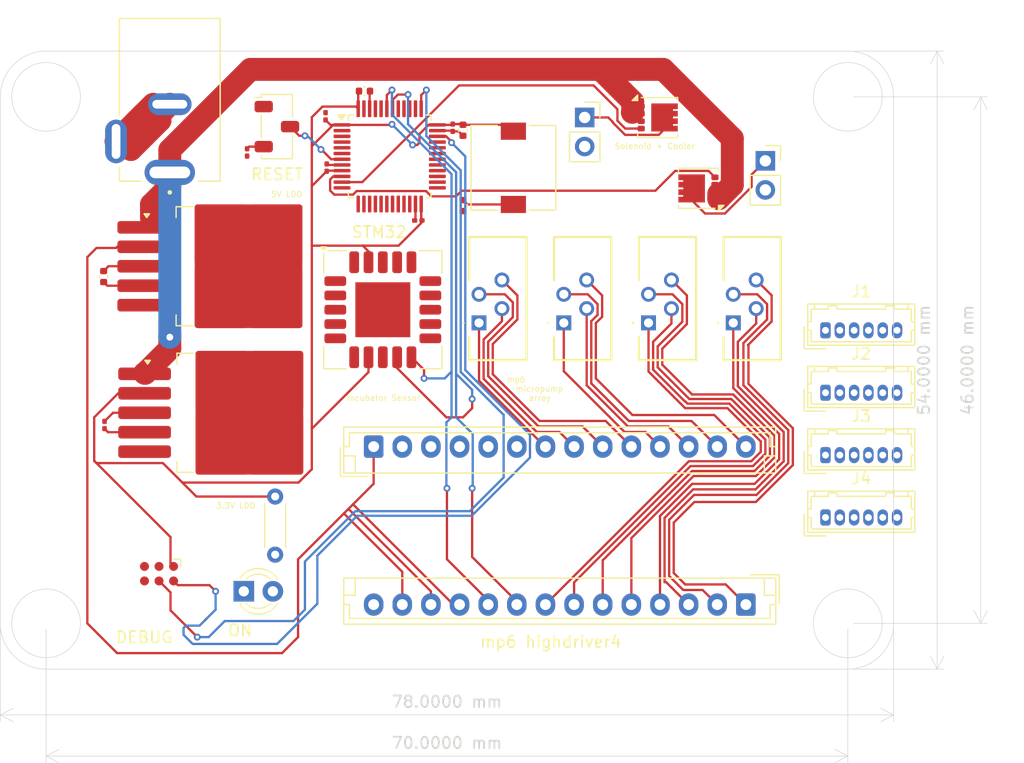
<source format=kicad_pcb>
(kicad_pcb (version 20240108) (generator "pcbnew") (generator_version "8.0")
  (layers (0 "F.Cu" signal) (31 "B.Cu" signal) (34 "B.Paste" user) (35 "F.Paste" user) (36 "B.SilkS" user "B.Silkscreen") (37 "F.SilkS" user "F.Silkscreen") (38 "B.Mask" user) (39 "F.Mask" user) (44 "Edge.Cuts" user))
  (net 0 "")
  (net 1 "GND")
  (net 2 "Net-(U4-FB)")
  (net 3 "Net-(SW2-A)")
  (net 4 "Net-(U1-FB)")
  (net 5 "+3.3V")
  (net 6 "Net-(C25-Pad1)")
  (net 7 "Net-(D2-A)")
  (net 8 "Net-(J11-Pin_5)")
  (net 9 "Net-(J11-Pin_6)")
  (net 10 "Net-(J11-Pin_8)")
  (net 11 "Net-(J11-Pin_7)")
  (net 12 "Net-(J11-Pin_1)")
  (net 13 "Net-(J11-Pin_4)")
  (net 14 "Net-(J11-Pin_2)")
  (net 15 "Net-(J11-Pin_3)")
  (net 16 "/I2C_SDA")
  (net 17 "+5V")
  (net 18 "Net-(J12-Pin_9)")
  (net 19 "Net-(J12-Pin_13)")
  (net 20 "Net-(J12-Pin_12)")
  (net 21 "Net-(J12-Pin_8)")
  (net 24 "Net-(J12-Pin_7)")
  (net 26 "Net-(J12-Pin_14)")
  (net 27 "Net-(J12-Pin_11)")
  (net 28 "Net-(J12-Pin_10)")
  (net 30 "/SWDIO")
  (net 32 "/SWCLK")
  (net 34 "Net-(J16-Pin_1)")
  (net 35 "+12V")
  (net 36 "Net-(Q1-D)")
  (net 37 "/PELT_OUT")
  (net 38 "/SOLEN_OUT")
  (net 39 "/NRST")
  (net 40 "/I2C_SCK")
  (net 43 "/IRQn3")
  (net 58 "/IRQn4")
  (net 74 "/IRQn1")
  (net 76 "/IRQn2")
  (footprint "Connector:Tag-Connect_TC2030-IDC-FP_2x03_P1.27mm_Vertical" (layer "F.Cu") (at 87.26 90.81 180)
    (property "Reference" "J15" (hide yes))
    (property "Value" "Conn_ARM_SWD_TagConnect_TC2030")
  )
  (footprint "Sensor:Sensirion_SCD4x-1EP_10.1x10.1mm_P1.25mm_EP4.8x4.8mm" (layer "F.Cu") (at 106.8 67.75)
    (property "Reference" "U5" (hide yes))
    (property "Value" "SCD40-D-R2")
  )
  (footprint "Connector_PinSocket_2.54mm:PinSocket_1x02_P2.54mm_Vertical" (layer "F.Cu") (at 140.2 54.74)
    (property "Reference" "J16" (hide yes))
    (property "Value" "Conn_01x02_Socket")
  )
  (footprint "Capacitor_SMD:C_0402_1005Metric" (layer "F.Cu") (at 82.425 64.85 -90)
    (property "Reference" "C11" (hide yes))
    (property "Value" "1uF")
  )
  (footprint "Capacitor_SMD:C_0201_0603Metric" (layer "F.Cu") (at 94.95 54.005 90)
    (property "Reference" "C14" (hide yes))
    (property "Value" "100nF")
  )
  (footprint "Connector_JST:JST_EH_B14B-EH-A_1x14_P2.50mm_Vertical" (layer "F.Cu") (at 138.5 93.51 180)
    (property "Reference" "J11" (hide yes))
    (property "Value" "Conn_01x14_Pin")
  )
  (footprint "Package_SON:VSON-8_3.3x3.3mm_P0.65mm_NexFET" (layer "F.Cu") (at 134.36 57.15 180)
    (property "Reference" "Q2" (hide yes))
    (property "Value" "CSD16327Q3")
  )
  (footprint "Capacitor_SMD:C_0201_0603Metric" (layer "F.Cu") (at 109.9 59.95 180)
    (property "Reference" "C21" (hide yes))
    (property "Value" "100nF")
  )
  (footprint "barrel_jack_EJ508A:MPD_EJ508A" (layer "F.Cu") (at 88.2 53.045 180)
    (property "Reference" "J18" (hide yes))
    (property "Value" "EJ508A")
  )
  (footprint "Package_QFP:LQFP-48_7x7mm_P0.5mm" (layer "F.Cu") (at 107.4 54.35)
    (property "Reference" "U6" (hide yes))
    (property "Value" "STM32F410C8Tx")
  )
  (footprint "Connector_PinSocket_2.54mm:PinSocket_1x02_P2.54mm_Vertical" (layer "F.Cu") (at 124.425 50.95)
    (property "Reference" "PE1" (hide yes))
    (property "Value" "PeltierElement")
  )
  (footprint "Capacitor_SMD:C_0402_1005Metric" (layer "F.Cu") (at 113.8 58.65 -90)
    (property "Reference" "C25" (hide yes))
    (property "Value" "1uF")
  )
  (footprint "microfluidics:39532045" (layer "F.Cu") (at 137.4 68.9 90)
    (property "Reference" "J10" (hide yes))
    (property "Value" "39-53-2045" (hide yes))
  )
  (footprint "Capacitor_SMD:C_0201_0603Metric" (layer "F.Cu") (at 101.8 50.85 90)
    (property "Reference" "C22" (hide yes))
    (property "Value" "100nF")
  )
  (footprint "Connector_Hirose:Hirose_DF13-06P-1.25DSA_1x06_P1.25mm_Vertical" (layer "F.Cu") (at 145.45 69.55)
    (property "Reference" "J1")
    (property "Value" "Conn_01x06_Pin")
  )
  (footprint "microfluidics:39532045" (layer "F.Cu") (at 130 68.9 90)
    (property "Reference" "J8" (hide yes))
    (property "Value" "39-53-2045" (hide yes))
  )
  (footprint "Capacitor_SMD:C_0201_0603Metric" (layer "F.Cu") (at 101.9 55.33 90)
    (property "Reference" "C18" (hide yes))
    (property "Value" "100nF")
  )
  (footprint "Connector_JST:JST_EH_B14B-EH-A_1x14_P2.50mm_Vertical" (layer "F.Cu") (at 106 79.71)
    (property "Reference" "J12" (hide yes))
    (property "Value" "Conn_01x14_Pin")
  )
  (footprint "microfluidics:39532045" (layer "F.Cu") (at 122.6 68.9 90)
    (property "Reference" "J14" (hide yes))
    (property "Value" "39-53-2045" (hide yes))
  )
  (footprint "Package_SON:VSON-8_3.3x3.3mm_P0.65mm_NexFET" (layer "F.Cu") (at 130.8 50.95)
    (property "Reference" "Q1" (hide yes))
    (property "Value" "CSD16327Q3")
  )
  (footprint "LED_THT:LED_D3.0mm" (layer "F.Cu") (at 94.66 92.35)
    (property "Reference" "D2" (hide yes))
    (property "Value" "LED")
  )
  (footprint "Capacitor_SMD:C_0402_1005Metric" (layer "F.Cu") (at 113.8 52.07 -90)
    (property "Reference" "C24" (hide yes))
    (property "Value" "1uF")
  )
  (footprint "Connector_Hirose:Hirose_DF13-06P-1.25DSA_1x06_P1.25mm_Vertical" (layer "F.Cu") (at 145.45 75)
    (property "Reference" "J2")
    (property "Value" "Conn_01x06_Pin")
  )
  (footprint "Capacitor_SMD:C_0402_1005Metric" (layer "F.Cu") (at 105.2 48.65)
    (property "Reference" "C16" (hide yes))
    (property "Value" "1uF")
  )
  (footprint "Resistor_THT:R_Axial_DIN0204_L3.6mm_D1.6mm_P5.08mm_Horizontal" (layer "F.Cu") (at 97.4 84.07 -90)
    (property "Reference" "R2" (hide yes))
    (property "Value" "220R")
  )
  (footprint "Package_TO_SOT_SMD:TO-263-5_TabPin3" (layer "F.Cu") (at 93.575 63.95)
    (property "Reference" "U4" (hide yes))
    (property "Value" "LM2576HVS-5")
  )
  (footprint "Capacitor_SMD:C_0201_0603Metric" (layer "F.Cu") (at 112.9 51.85 -90)
    (property "Reference" "C23" (hide yes))
    (property "Value" "100nF")
  )
  (footprint "Connector_Hirose:Hirose_DF13-06P-1.25DSA_1x06_P1.25mm_Vertical" (layer "F.Cu") (at 145.45 85.9)
    (property "Reference" "J4")
    (property "Value" "Conn_01x06_Pin")
  )
  (footprint "microfluidics:39532045" (layer "F.Cu") (at 115.2 68.9 90)
    (property "Reference" "J13" (hide yes))
    (property "Value" "39-53-2045" (hide yes))
  )
  (footprint "Inductor_SMD:L_7.3x7.3_H4.5" (layer "F.Cu") (at 118.2 55.35 90)
    (property "Reference" "FB2" (hide yes))
    (property "Value" "120R")
  )
  (footprint "Button_Switch_SMD:Nidec_Copal_CAS-120A" (layer "F.Cu") (at 97.55 51.75)
    (property "Reference" "SW2" (hide yes))
    (property "Value" "SW_Nidec_CAS-120A1")
  )
  (footprint "Capacitor_SMD:C_0201_0603Metric" (layer "F.Cu") (at 82.5 77.82 -90)
    (property "Reference" "C15" (hide yes))
    (property "Value" "100nF")
  )
  (footprint "Connector_Hirose:Hirose_DF13-06P-1.25DSA_1x06_P1.25mm_Vertical" (layer "F.Cu") (at 145.45 80.45)
    (property "Reference" "J3")
    (property "Value" "Conn_01x06_Pin")
  )
  (footprint "Package_TO_SOT_SMD:TO-263-5_TabPin3" (layer "F.Cu") (at 93.65 76.75)
    (property "Reference" "U1" (hide yes))
    (property "Value" "LM2576HVS-3.3")
  )
  (gr_line (start 77.4 45.15) (end 147.4 45.15) (stroke (width 0.05)) (layer "Edge.Cuts"))
  (gr_circle (center 147.4 95.15) (end 150.4 95.15) (stroke (width 0.05)) (fill none) (layer "Edge.Cuts"))
  (gr_line (start 73.4 49.15) (end 73.4 95.15) (stroke (width 0.05)) (layer "Edge.Cuts"))
  (gr_line (start 77.4 99.15) (end 147.4 99.15) (stroke (width 0.05)) (layer "Edge.Cuts"))
  (gr_arc (start 73.4 49.15) (mid 74.571573 46.321573) (end 77.4 45.15) (stroke (width 0.05)) (layer "Edge.Cuts"))
  (gr_circle (center 147.4 49.15) (end 150.4 49.15) (stroke (width 0.05)) (fill none) (layer "Edge.Cuts"))
  (gr_circle (center 77.4 95.15) (end 80.4 95.15) (stroke (width 0.05)) (fill none) (layer "Edge.Cuts"))
  (gr_arc (start 77.4 99.15) (mid 74.571573 97.978427) (end 73.4 95.15) (stroke (width 0.05)) (layer "Edge.Cuts"))
  (gr_arc (start 151.4 95.15) (mid 150.228427 97.978427) (end 147.4 99.15) (stroke (width 0.05)) (layer "Edge.Cuts"))
  (gr_circle (center 77.4 49.15) (end 80.4 49.15) (stroke (width 0.05)) (fill none) (layer "Edge.Cuts"))
  (gr_line (start 151.4 49.15) (end 151.4 95.15) (stroke (width 0.05)) (layer "Edge.Cuts"))
  (gr_arc (start 147.4 45.15) (mid 150.228427 46.321573) (end 151.4 49.15) (stroke (width 0.05)) (layer "Edge.Cuts"))
  (gr_text "ON" (at 93.2 96.35 0) (layer "F.SilkS") (effects (font (size 1 1)) (justify left bottom)))
  (gr_text "RESET" (at 95.2 56.5 0) (layer "F.SilkS") (effects (font (size 1 1)) (justify left bottom)))
  (gr_text "Incubator Sensor" (at 103.6 75.75 0) (layer "F.SilkS") (effects (font (size 0.5 0.5) (thickness 0.075)) (justify left bottom)))
  (gr_text "mp6 highdriver4" (at 115.2 97.35 0) (layer "F.SilkS") (effects (font (size 1 1)) (justify left bottom)))
  (gr_text "STM32" (at 104 61.55 0) (layer "F.SilkS") (effects (font (size 1 1)) (justify left bottom)))
  (gr_text "5V LDO" (at 97 57.95 0) (layer "F.SilkS") (effects (font (size 0.5 0.5) (thickness 0.075)) (justify left bottom)))
  (gr_text "Solenoid + Cooler" (at 127 53.75 0) (layer "F.SilkS") (effects (font (size 0.5 0.5) (thickness 0.075)) (justify left bottom)))
  (gr_text "DEBUG" (at 83.4 96.95 0) (layer "F.SilkS") (effects (font (size 1 1)) (justify left bottom)))
  (gr_text "3.3V LDO" (at 92.2 85.15 0) (layer "F.SilkS") (effects (font (size 0.5 0.5) (thickness 0.075)) (justify left bottom)))
  (gr_text "mp6 \n  micropump \n     array" (at 117.6 75.75 0) (layer "F.SilkS") (effects (font (size 0.5 0.5) (thickness 0.075)) (justify left bottom)))
  (dimension (type aligned) (layer "Edge.Cuts") (pts (xy 147.4 99.15) (xy 147.4 45.15)) (height 7.8) (gr_text "54.0000 mm" (at 154.05 72.15 90) (layer "Edge.Cuts") (effects (font (size 1 1) (thickness 0.15)))) (format (prefix "") (suffix "") (units 3) (units_format 1) (precision 4)) (style (thickness 0.05) (arrow_length 1.27) (text_position_mode 0) (extension_height 0.58642) (extension_offset 0.5) keep_text_aligned))
  (dimension (type aligned) (layer "Edge.Cuts") (pts (xy 147.4 49.15) (xy 147.4 95.15)) (height -11.6) (gr_text "46.0000 mm" (at 157.85 72.15 90) (layer "Edge.Cuts") (effects (font (size 1 1) (thickness 0.15)))) (format (prefix "") (suffix "") (units 3) (units_format 1) (precision 4)) (style (thickness 0.05) (arrow_length 1.27) (text_position_mode 0) (extension_height 0.58642) (extension_offset 0.5) keep_text_aligned))
  (dimension (type aligned) (layer "Edge.Cuts") (pts (xy 147.4 95.15) (xy 77.4 95.15)) (height -11.6) (gr_text "70.0000 mm" (at 112.4 105.6 0) (layer "Edge.Cuts") (effects (font (size 1 1) (thickness 0.15)))) (format (prefix "") (suffix "") (units 3) (units_format 1) (precision 4)) (style (thickness 0.05) (arrow_length 1.27) (text_position_mode 0) (extension_height 0.58642) (extension_offset 0.5) keep_text_aligned))
  (dimension (type aligned) (layer "Edge.Cuts") (pts (xy 151.4 95.15) (xy 73.4 95.15)) (height -8) (gr_text "78.0000 mm" (at 112.4 102 0) (layer "Edge.Cuts") (effects (font (size 1 1) (thickness 0.15)))) (format (prefix "") (suffix "") (units 3) (units_format 1) (precision 4)) (style (thickness 0.05) (arrow_length 1.27) (text_position_mode 0) (extension_height 0.58642) (extension_offset 0.5) keep_text_aligned))
  (segment (start 82.845 63.95) (end 82.425 64.37) (width 0.2) (layer "F.Cu") (net 1))
  (segment (start 113.42 52.17) (end 113.8 52.55) (width 0.2) (layer "F.Cu") (net 1))
  (segment (start 86.76 49.795) (end 85.2025 51.3525) (width 2) (layer "F.Cu") (net 1))
  (segment (start 84.8 53.75) (end 84.095 53.045) (width 2) (layer "F.Cu") (net 1))
  (segment (start 85.9025 50.6525) (end 87.3425 50.6525) (width 2) (layer "F.Cu") (net 1))
  (segment (start 109.65 58.5125) (end 109.65 59.88) (width 0.2) (layer "F.Cu") (net 1))
  (segment (start 87.3425 50.6525) (end 88.2 49.795) (width 2) (layer "F.Cu") (net 1))
  (segment (start 87.3425 51.2075) (end 84.8 53.75) (width 2) (layer "F.Cu") (net 1))
  (segment (start 105.65 50.1875) (end 105.65 48.68) (width 0.2) (layer "F.Cu") (net 1))
  (segment (start 85.925 63.95) (end 82.845 63.95) (width 0.2) (layer "F.Cu") (net 1))
  (segment (start 83.25 76.75) (end 82.5 77.5) (width 0.2) (layer "F.Cu") (net 1))
  (segment (start 112.83 52.1) (end 112.9 52.17) (width 0.2) (layer "F.Cu") (net 1))
  (segment (start 86 76.75) (end 83.25 76.75) (width 0.2) (layer "F.Cu") (net 1))
  (segment (start 85.2025 51.3525) (end 85.9025 50.6525) (width 2) (layer "F.Cu") (net 1))
  (segment (start 105.65 48.68) (end 105.68 48.65) (width 0.2) (layer "F.Cu") (net 1))
  (segment (start 101.99 55.1) (end 101.9 55.01) (width 0.2) (layer "F.Cu") (net 1))
  (segment (start 103.2375 55.1) (end 101.99 55.1) (width 0.2) (layer "F.Cu") (net 1))
  (segment (start 109.65 59.88) (end 109.58 59.95) (width 0.2) (layer "F.Cu") (net 1))
  (segment (start 87.3425 50.6525) (end 87.3425 51.2075) (width 2) (layer "F.Cu") (net 1))
  (segment (start 111.5625 52.1) (end 112.83 52.1) (width 0.2) (layer "F.Cu") (net 1))
  (segment (start 88.2 49.795) (end 86.76 49.795) (width 0.2) (layer "F.Cu") (net 1))
  (segment (start 83.51 53.045) (end 85.2025 51.3525) (width 2) (layer "F.Cu") (net 1))
  (segment (start 84.095 53.045) (end 83.51 53.045) (width 2) (layer "F.Cu") (net 1))
  (segment (start 112.9 52.17) (end 113.42 52.17) (width 0.2) (layer "F.Cu") (net 1))
  (segment (start 82.745 65.65) (end 82.425 65.33) (width 0.2) (layer "F.Cu") (net 2))
  (segment (start 85.925 65.65) (end 82.745 65.65) (width 0.2) (layer "F.Cu") (net 2))
  (segment (start 95.135 53.5) (end 94.95 53.685) (width 0.2) (layer "F.Cu") (net 3))
  (segment (start 96.4 53.5) (end 95.135 53.5) (width 0.2) (layer "F.Cu") (net 3))
  (segment (start 86 78.45) (end 82.81 78.45) (width 0.2) (layer "F.Cu") (net 4))
  (segment (start 82.81 78.45) (end 82.5 78.14) (width 0.2) (layer "F.Cu") (net 4))
  (segment (start 104.4625 50) (end 104.65 50.1875) (width 0.2) (layer "F.Cu") (net 5))
  (segment (start 81.6 77.15) (end 81.6 80.55) (width 0.2) (layer "F.Cu") (net 5))
  (segment (start 90.52 84.07) (end 97.4 84.07) (width 0.2) (layer "F.Cu") (net 5))
  (segment (start 101.531544 50) (end 104.4625 50) (width 0.2) (layer "F.Cu") (net 5))
  (segment (start 112.9 51.53) (end 113.74 51.53) (width 0.2) (layer "F.Cu") (net 5))
  (segment (start 107.55 51.6) (end 107.6 51.55) (width 0.2) (layer "F.Cu") (net 5))
  (segment (start 88.26255 89.90755) (end 88.53 90.175) (width 0.2) (layer "F.Cu") (net 5))
  (segment (start 83.7 75.05) (end 81.6 77.15) (width 0.2) (layer "F.Cu") (net 5))
  (segment (start 110 53.15) (end 110 52.39259) (width 0.2) (layer "F.Cu") (net 5))
  (segment (start 100.6 50.931544) (end 101.531544 50) (width 0.2) (layer "F.Cu") (net 5))
  (segment (start 110.15 60.178456) (end 110.15 58.5125) (width 0.2) (layer "F.Cu") (net 5))
  (segment (start 100.6 78.15) (end 100.6 62.15) (width 0.2) (layer "F.Cu") (net 5))
  (segment (start 104.65 50.1875) (end 104.65 48.72) (width 0.2) (layer "F.Cu") (net 5))
  (segment (start 89.3 82.85) (end 99.434744 82.85) (width 0.2) (layer "F.Cu") (net 5))
  (segment (start 99.434744 82.85) (end 100.6 81.684744) (width 0.2) (layer "F.Cu") (net 5))
  (segment (start 105.55 73.2) (end 105.55 71.9) (width 0.2) (layer "F.Cu") (net 5))
  (segment (start 100.6 62.15) (end 105.049999 62.15) (width 0.2) (layer "F.Cu") (net 5))
  (segment (start 100.6 56.95) (end 101.9 55.65) (width 0.2) (layer "F.Cu") (net 5))
  (segment (start 110 52.39259) (end 110.79259 51.6) (width 0.2) (layer "F.Cu") (net 5))
  (segment (start 81.6 80.95) (end 81.8 81.15) (width 0.2) (layer "F.Cu") (net 5))
  (segment (start 111.5625 51.6) (end 112.83 51.6) (width 0.2) (layer "F.Cu") (net 5))
  (segment (start 113.8 51.59) (end 117.64 51.59) (width 0.2) (layer "F.Cu") (net 5))
  (segment (start 81.6 80.95) (end 88.26255 87.61255) (width 0.2) (layer "F.Cu") (net 5))
  (segment (start 87.6 81.15) (end 89.3 82.85) (width 0.2) (layer "F.Cu") (net 5))
  (segment (start 81.6 80.55) (end 81.6 80.95) (width 0.2) (layer "F.Cu") (net 5))
  (segment (start 102.46759 51.6) (end 103.2375 51.6) (width 0.2) (layer "F.Cu") (net 5))
  (segment (start 110.15 59.88) (end 110.22 59.95) (width 0.2) (layer "F.Cu") (net 5))
  (segment (start 100.6 81.684744) (end 100.6 78.15) (width 0.2) (layer "F.Cu") (net 5))
  (segment (start 111.6125 51.55) (end 111.5625 51.6) (width 0.2) (layer "F.Cu") (net 5))
  (segment (start 103.2375 51.6) (end 102.23 51.6) (width 0.2) (layer "F.Cu") (net 5))
  (segment (start 108.178456 62.15) (end 110.15 60.178456) (width 0.2) (layer "F.Cu") (net 5))
  (segment (start 103.2375 55.6) (end 101.95 55.6) (width 0.2) (layer "F.Cu") (net 5))
  (segment (start 104.65 48.72) (end 104.72 48.65) (width 0.2) (layer "F.Cu") (net 5))
  (segment (start 113.74 51.53) (end 113.8 51.59) (width 0.2) (layer "F.Cu") (net 5))
  (segment (start 109.4 53.35) (end 109.8 53.35) (width 0.2) (layer "F.Cu") (net 5))
  (segment (start 102.23 51.6) (end 101.8 51.17) (width 0.2) (layer "F.Cu") (net 5))
  (segment (start 100.6 53.46759) (end 100.6 50.931544) (width 0.2) (layer "F.Cu") (net 5))
  (segment (start 89.3 82.85) (end 90.52 84.07) (width 0.2) (layer "F.Cu") (net 5))
  (segment (start 112.83 51.6) (end 112.9 51.53) (width 0.2) (layer "F.Cu") (net 5))
  (segment (start 86 75.05) (end 83.7 75.05) (width 0.2) (layer "F.Cu") (net 5))
  (segment (start 100.6 78.15) (end 105.55 73.2) (width 0.2) (layer "F.Cu") (net 5))
  (segment (start 100.6 56.95) (end 100.6 53.46759) (width 0.2) (layer "F.Cu") (net 5))
  (segment (start 110.15 58.5125) (end 110.15 59.88) (width 0.2) (layer "F.Cu") (net 5))
  (segment (start 105.049999 62.15) (end 108.178456 62.15) (width 0.2) (layer "F.Cu") (net 5))
  (segment (start 100.6 62.15) (end 100.6 56.95) (width 0.2) (layer "F.Cu") (net 5))
  (segment (start 105.55 62.650001) (end 105.55 63.6) (width 0.2) (layer "F.Cu") (net 5))
  (segment (start 81.8 81.15) (end 87.6 81.15) (width 0.2) (layer "F.Cu") (net 5))
  (segment (start 110.79259 51.6) (end 111.5625 51.6) (width 0.2) (layer "F.Cu") (net 5))
  (segment (start 117.64 51.59) (end 118.2 52.15) (width 0.2) (layer "F.Cu") (net 5))
  (segment (start 109.8 53.35) (end 110 53.15) (width 0.2) (layer "F.Cu") (net 5))
  (segment (start 88.26255 87.61255) (end 88.26255 89.90755) (width 0.2) (layer "F.Cu") (net 5))
  (segment (start 103.2375 51.6) (end 107.55 51.6) (width 0.2) (layer "F.Cu") (net 5))
  (segment (start 101.95 55.6) (end 101.9 55.65) (width 0.2) (layer "F.Cu") (net 5))
  (segment (start 105.049999 62.15) (end 105.55 62.650001) (width 0.2) (layer "F.Cu") (net 5))
  (segment (start 100.6 53.46759) (end 102.46759 51.6) (width 0.2) (layer "F.Cu") (net 5))
  (via (at 107.6 51.55) (size 0.6) (drill 0.3) (layers "F.Cu" "B.Cu") (net 5))
  (via (at 109.4 53.35) (size 0.6) (drill 0.3) (layers "F.Cu" "B.Cu") (net 5))
  (segment (start 109.2 53.15) (end 109.4 53.35) (width 0.2) (layer "B.Cu") (net 5))
  (segment (start 107.6 51.55) (end 109.2 53.15) (width 0.2) (layer "B.Cu") (net 5))
  (segment (start 114.18 58.55) (end 113.8 58.17) (width 0.2) (layer "F.Cu") (net 6))
  (segment (start 118.2 58.55) (end 114.18 58.55) (width 0.2) (layer "F.Cu") (net 6))
  (segment (start 133.35 69) (end 133.35 66.5) (width 0.2) (layer "F.Cu") (net 8))
  (segment (start 137.388404 75.15) (end 133.8 75.15) (width 0.2) (layer "F.Cu") (net 8))
  (segment (start 139.379875 82.278529) (end 141 80.658404) (width 0.2) (layer "F.Cu") (net 8))
  (segment (start 128.5 87.707058) (end 133.928529 82.278529) (width 0.2) (layer "F.Cu") (net 8))
  (segment (start 131.2 71.15) (end 133.35 69) (width 0.2) (layer "F.Cu") (net 8))
  (segment (start 133.8 75.15) (end 131.2 72.55) (width 0.2) (layer "F.Cu") (net 8))
  (segment (start 133.928529 82.278529) (end 139.379875 82.278529) (width 0.2) (layer "F.Cu") (net 8))
  (segment (start 131.2 72.55) (end 131.2 71.15) (width 0.2) (layer "F.Cu") (net 8))
  (segment (start 141 80.658404) (end 141 78.761596) (width 0.2) (layer "F.Cu") (net 8))
  (segment (start 141 78.761596) (end 137.388404 75.15) (width 0.2) (layer "F.Cu") (net 8))
  (segment (start 133.35 66.5) (end 132 65.15) (width 0.2) (layer "F.Cu") (net 8))
  (segment (start 128.5 93.51) (end 128.5 87.707058) (width 0.2) (layer "F.Cu") (net 8))
  (segment (start 132.093503 66.4) (end 130 66.4) (width 0.2) (layer "F.Cu") (net 9))
  (segment (start 140.6 78.927282) (end 137.222718 75.55) (width 0.2) (layer "F.Cu") (net 9))
  (segment (start 130.8 72.784314) (end 130.8 70.95) (width 0.2) (layer "F.Cu") (net 9))
  (segment (start 133.565686 75.55) (end 130.8 72.784314) (width 0.2) (layer "F.Cu") (net 9))
  (segment (start 132.95 68.8) (end 132.95 67.256497) (width 0.2) (layer "F.Cu") (net 9))
  (segment (start 139.251346 81.841372) (end 140.6 80.492718) (width 0.2) (layer "F.Cu") (net 9))
  (segment (start 126 93.51) (end 126 89.641372) (width 0.2) (layer "F.Cu") (net 9))
  (segment (start 140.6 80.492718) (end 140.6 78.927282) (width 0.2) (layer "F.Cu") (net 9))
  (segment (start 132.95 67.256497) (end 132.093503 66.4) (width 0.2) (layer "F.Cu") (net 9))
  (segment (start 130.8 70.95) (end 132.95 68.8) (width 0.2) (layer "F.Cu") (net 9))
  (segment (start 133.8 81.841372) (end 139.251346 81.841372) (width 0.2) (layer "F.Cu") (net 9))
  (segment (start 126 89.641372) (end 133.8 81.841372) (width 0.2) (layer "F.Cu") (net 9))
  (segment (start 137.222718 75.55) (end 133.565686 75.55) (width 0.2) (layer "F.Cu") (net 9))
  (segment (start 139.8 80.161346) (end 139.8 79.258654) (width 0.2) (layer "F.Cu") (net 10))
  (segment (start 133.2 76.35) (end 130 73.15) (width 0.2) (layer "F.Cu") (net 10))
  (segment (start 130 73.15) (end 130 68.9) (width 0.2) (layer "F.Cu") (net 10))
  (segment (start 136.891346 76.35) (end 133.2 76.35) (width 0.2) (layer "F.Cu") (net 10))
  (segment (start 139.8 79.258654) (end 136.891346 76.35) (width 0.2) (layer "F.Cu") (net 10))
  (segment (start 121 93.51) (end 133.525 80.985) (width 0.2) (layer "F.Cu") (net 10))
  (segment (start 133.525 80.985) (end 138.976346 80.985) (width 0.2) (layer "F.Cu") (net 10))
  (segment (start 138.976346 80.985) (end 139.8 80.161346) (width 0.2) (layer "F.Cu") (net 10))
  (segment (start 132 68.95) (end 132 67.65) (width 0.2) (layer "F.Cu") (net 11))
  (segment (start 133.2 75.75) (end 133.165686 75.75) (width 0.2) (layer "F.Cu") (net 11))
  (segment (start 137.057032 75.95) (end 133.4 75.95) (width 0.2) (layer "F.Cu") (net 11))
  (segment (start 133.662843 81.412843) (end 139.114189 81.412843) (width 0.2) (layer "F.Cu") (net 11))
  (segment (start 133.4 75.95) (end 133.2 75.75) (width 0.2) (layer "F.Cu") (net 11))
  (segment (start 130.4 72.984314) (end 130.4 70.55) (width 0.2) (layer "F.Cu") (net 11))
  (segment (start 140.2 80.327032) (end 140.2 79.092968) (width 0.2) (layer "F.Cu") (net 11))
  (segment (start 140.2 79.092968) (end 137.057032 75.95) (width 0.2) (layer "F.Cu") (net 11))
  (segment (start 139.114189 81.412843) (end 140.2 80.327032) (width 0.2) (layer "F.Cu") (net 11))
  (segment (start 123.5 93.51) (end 123.5 91.575686) (width 0.2) (layer "F.Cu") (net 11))
  (segment (start 123.5 91.575686) (end 133.662843 81.412843) (width 0.2) (layer "F.Cu") (net 11))
  (segment (start 130.4 70.55) (end 132 68.95) (width 0.2) (layer "F.Cu") (net 11))
  (segment (start 133.165686 75.75) (end 130.4 72.984314) (width 0.2) (layer "F.Cu") (net 11))
  (segment (start 138.685462 70.835462) (end 140.75 68.770924) (width 0.2) (layer "F.Cu") (net 12))
  (segment (start 132.2 90.75) (end 132.2 86.35) (width 0.2) (layer "F.Cu") (net 12))
  (segment (start 140.75 66.5) (end 139.4 65.15) (width 0.2) (layer "F.Cu") (net 12))
  (segment (start 134 84.55) (end 139.371147 84.55) (width 0.2) (layer "F.Cu") (net 12))
  (segment (start 138.725574 70.875574) (end 138.685462 70.835462) (width 0.2) (layer "F.Cu") (net 12))
  (segment (start 138.5 93.51) (end 136.74 91.75) (width 0.2) (layer "F.Cu") (net 12))
  (segment (start 140.75 68.770924) (end 140.75 66.5) (width 0.2) (layer "F.Cu") (net 12))
  (segment (start 139.371147 84.55) (end 142.6 81.321147) (width 0.2) (layer "F.Cu") (net 12))
  (segment (start 136.74 91.75) (end 133.2 91.75) (width 0.2) (layer "F.Cu") (net 12))
  (segment (start 133.2 91.75) (end 132.2 90.75) (width 0.2) (layer "F.Cu") (net 12))
  (segment (start 142.6 81.321147) (end 142.6 78.098852) (width 0.2) (layer "F.Cu") (net 12))
  (segment (start 142.6 78.098852) (end 138.725574 74.224426) (width 0.2) (layer "F.Cu") (net 12))
  (segment (start 132.2 86.35) (end 134 84.55) (width 0.2) (layer "F.Cu") (net 12))
  (segment (start 138.725574 74.224426) (end 138.725574 70.875574) (width 0.2) (layer "F.Cu") (net 12))
  (segment (start 137.4 74.59591) (end 137.4 68.9) (width 0.2) (layer "F.Cu") (net 13))
  (segment (start 141.4 78.59591) (end 137.4 74.59591) (width 0.2) (layer "F.Cu") (net 13))
  (segment (start 141.4 80.82409) (end 141.4 78.59591) (width 0.2) (layer "F.Cu") (net 13))
  (segment (start 139.262718 82.961372) (end 141.4 80.82409) (width 0.2) (layer "F.Cu") (net 13))
  (segment (start 133.811372 82.961372) (end 139.262718 82.961372) (width 0.2) (layer "F.Cu") (net 13))
  (segment (start 131 93.51) (end 131 85.772744) (width 0.2) (layer "F.Cu") (net 13))
  (segment (start 131 85.772744) (end 133.811372 82.961372) (width 0.2) (layer "F.Cu") (net 13))
  (segment (start 131.8 86.104116) (end 133.977058 83.927058) (width 0.2) (layer "F.Cu") (net 14))
  (segment (start 136 93.51) (end 134.725 92.235) (width 0.2) (layer "F.Cu") (net 14))
  (segment (start 138.285462 74.35) (end 138.285462 70.664538) (width 0.2) (layer "F.Cu") (net 14))
  (segment (start 131.8 91.011346) (end 131.8 86.104116) (width 0.2) (layer "F.Cu") (net 14))
  (segment (start 142.2 78.264538) (end 138.285462 74.35) (width 0.2) (layer "F.Cu") (net 14))
  (segment (start 140.35 68.6) (end 140.35 67.256497) (width 0.2) (layer "F.Cu") (net 14))
  (segment (start 139.428403 83.927058) (end 142.2 81.155461) (width 0.2) (layer "F.Cu") (net 14))
  (segment (start 140.35 67.256497) (end 139.493503 66.4) (width 0.2) (layer "F.Cu") (net 14))
  (segment (start 133.977058 83.927058) (end 139.428403 83.927058) (width 0.2) (layer "F.Cu") (net 14))
  (segment (start 134.725 92.235) (end 133.023654 92.235) (width 0.2) (layer "F.Cu") (net 14))
  (segment (start 133.023654 92.235) (end 131.8 91.011346) (width 0.2) (layer "F.Cu") (net 14))
  (segment (start 142.2 81.155461) (end 142.2 78.264538) (width 0.2) (layer "F.Cu") (net 14))
  (segment (start 139.493503 66.4) (end 137.4 66.4) (width 0.2) (layer "F.Cu") (net 14))
  (segment (start 138.285462 70.664538) (end 140.35 68.6) (width 0.2) (layer "F.Cu") (net 14))
  (segment (start 131.4 91.55) (end 131.4 85.93843) (width 0.2) (layer "F.Cu") (net 15))
  (segment (start 139.345561 83.444215) (end 141.8 80.989776) (width 0.2) (layer "F.Cu") (net 15))
  (segment (start 133.5 93.51) (end 131.54 91.55) (width 0.2) (layer "F.Cu") (net 15))
  (segment (start 131.4 85.93843) (end 133.894215 83.444215) (width 0.2) (layer "F.Cu") (net 15))
  (segment (start 133.894215 83.444215) (end 139.345561 83.444215) (width 0.2) (layer "F.Cu") (net 15))
  (segment (start 131.54 91.55) (end 131.4 91.55) (width 0.2) (layer "F.Cu") (net 15))
  (segment (start 139.4 68.95) (end 139.4 67.65) (width 0.2) (layer "F.Cu") (net 15))
  (segment (start 137.8 70.55) (end 139.4 68.95) (width 0.2) (layer "F.Cu") (net 15))
  (segment (start 137.8 74.430224) (end 137.8 70.55) (width 0.2) (layer "F.Cu") (net 15))
  (segment (start 141.8 80.989776) (end 141.8 78.430224) (width 0.2) (layer "F.Cu") (net 15))
  (segment (start 141.8 78.430224) (end 137.8 74.430224) (width 0.2) (layer "F.Cu") (net 15))
  (segment (start 112.4 89.55) (end 116 93.15) (width 0.2) (layer "F.Cu") (net 16))
  (segment (start 112.4 83.35) (end 112.4 89.55) (width 0.2) (layer "F.Cu") (net 16))
  (segment (start 107.15 49) (end 107.6 48.55) (width 0.2) (layer "F.Cu") (net 16))
  (segment (start 116 93.15) (end 116 93.51) (width 0.2) (layer "F.Cu") (net 16))
  (segment (start 110.4 73.75) (end 110.4 73) (width 0.2) (layer "F.Cu") (net 16))
  (segment (start 110.4 73) (end 109.3 71.9) (width 0.2) (layer "F.Cu") (net 16))
  (segment (start 107.15 50.1875) (end 107.15 49) (width 0.2) (layer "F.Cu") (net 16))
  (via (at 107.6 48.55) (size 0.6) (drill 0.3) (layers "F.Cu" "B.Cu") (net 16))
  (via (at 110.4 73.75) (size 0.6) (drill 0.3) (layers "F.Cu" "B.Cu") (net 16))
  (via (at 112.4 83.35) (size 0.6) (drill 0.3) (layers "F.Cu" "B.Cu") (net 16))
  (segment (start 112.8 73.15) (end 112.8 77.15) (width 0.2) (layer "B.Cu") (net 16))
  (segment (start 112.8 73.15) (end 112.2 73.75) (width 0.2) (layer "B.Cu") (net 16))
  (segment (start 107.648529 50.75) (end 112.8 55.901471) (width 0.2) (layer "B.Cu") (net 16))
  (segment (start 112.35 77.6) (end 112.35 83.3) (width 0.2) (layer "B.Cu") (net 16))
  (segment (start 107.6 50.75) (end 107.648529 50.75) (width 0.2) (layer "B.Cu") (net 16))
  (segment (start 112.2 73.75) (end 110.4 73.75) (width 0.2) (layer "B.Cu") (net 16))
  (segment (start 107.6 48.55) (end 107.6 50.75) (width 0.2) (layer "B.Cu") (net 16))
  (segment (start 112.8 77.15) (end 112.35 77.6) (width 0.2) (layer "B.Cu") (net 16))
  (segment (start 112.35 83.3) (end 112.4 83.35) (width 0.2) (layer "B.Cu") (net 16))
  (segment (start 112.8 55.901471) (end 112.8 73.15) (width 0.2) (layer "B.Cu") (net 16))
  (segment (start 83.608866 62.25) (end 83.508866 62.35) (width 0.2) (layer "F.Cu") (net 17))
  (segment (start 81.8 62.35) (end 81 63.15) (width 0.2) (layer "F.Cu") (net 17))
  (segment (start 83.6 97.75) (end 98 97.75) (width 0.2) (layer "F.Cu") (net 17))
  (segment (start 103.4 85.55) (end 108.5 90.65) (width 0.2) (layer "F.Cu") (net 17))
  (segment (start 108.5 90.65) (end 108.5 93.51) (width 0.2) (layer "F.Cu") (net 17))
  (segment (start 83.508866 62.35) (end 81.8 62.35) (width 0.2) (layer "F.Cu") (net 17))
  (segment (start 111 92.35) (end 111 93.51) (width 0.2) (layer "F.Cu") (net 17))
  (segment (start 106 82.95) (end 106 79.71) (width 0.2) (layer "F.Cu") (net 17))
  (segment (start 81 63.15) (end 81 95.15) (width 0.2) (layer "F.Cu") (net 17))
  (segment (start 113.5 93.51) (end 112.96 93.51) (width 0.2) (layer "F.Cu") (net 17))
  (segment (start 104.2 84.75) (end 106 82.95) (width 0.2) (layer "F.Cu") (net 17))
  (segment (start 103.8 85.15) (end 104.2 84.75) (width 0.2) (layer "F.Cu") (net 17))
  (segment (start 103.4 85.55) (end 103.8 85.15) (width 0.2) (layer "F.Cu") (net 17))
  (segment (start 85.925 62.25) (end 83.608866 62.25) (width 0.2) (layer "F.Cu") (net 17))
  (segment (start 112.96 93.51) (end 104.2 84.75) (width 0.2) (layer "F.Cu") (net 17))
  (segment (start 98 97.75) (end 99.4 96.35) (width 0.2) (layer "F.Cu") (net 17))
  (segment (start 99.4 96.35) (end 99.4 89.55) (width 0.2) (layer "F.Cu") (net 17))
  (segment (start 99.4 89.55) (end 103.4 85.55) (width 0.2) (layer "F.Cu") (net 17))
  (segment (start 103.8 85.15) (end 111 92.35) (width 0.2) (layer "F.Cu") (net 17))
  (segment (start 81 95.15) (end 83.6 97.75) (width 0.2) (layer "F.Cu") (net 17))
  (segment (start 116 73.55) (end 116 70.55) (width 0.2) (layer "F.Cu") (net 18))
  (segment (start 120.4 77.95) (end 116 73.55) (width 0.2) (layer "F.Cu") (net 18))
  (segment (start 126 79.71) (end 124.24 77.95) (width 0.2) (layer "F.Cu") (net 18))
  (segment (start 124.24 77.95) (end 120.4 77.95) (width 0.2) (layer "F.Cu") (net 18))
  (segment (start 118.15 68.4) (end 118.15 67.1) (width 0.2) (layer "F.Cu") (net 18))
  (segment (start 117.45 66.4) (end 115.2 66.4) (width 0.2) (layer "F.Cu") (net 18))
  (segment (start 116 70.55) (end 118.15 68.4) (width 0.2) (layer "F.Cu") (net 18))
  (segment (start 118.15 67.1) (end 117.45 66.4) (width 0.2) (layer "F.Cu") (net 18))
  (segment (start 125 68.75) (end 125.55 68.2) (width 0.2) (layer "F.Cu") (net 19))
  (segment (start 136 79.71) (end 133.757157 77.467157) (width 0.2) (layer "F.Cu") (net 19))
  (segment (start 125 74.184314) (end 125 68.75) (width 0.2) (layer "F.Cu") (net 19))
  (segment (start 133.757157 77.467157) (end 128.282843 77.467157) (width 0.2) (layer "F.Cu") (net 19))
  (segment (start 128.282843 77.467157) (end 125 74.184314) (width 0.2) (layer "F.Cu") (net 19))
  (segment (start 125.55 68.2) (end 125.55 67.256497) (width 0.2) (layer "F.Cu") (net 19))
  (segment (start 124.693503 66.4) (end 122.6 66.4) (width 0.2) (layer "F.Cu") (net 19))
  (segment (start 125.55 67.256497) (end 124.693503 66.4) (width 0.2) (layer "F.Cu") (net 19))
  (segment (start 128.2 77.95) (end 124.6 74.35) (width 0.2) (layer "F.Cu") (net 20))
  (segment (start 133.5 79.71) (end 131.74 77.95) (width 0.2) (layer "F.Cu") (net 20))
  (segment (start 124.6 74.35) (end 124.6 67.65) (width 0.2) (layer "F.Cu") (net 20))
  (segment (start 131.74 77.95) (end 128.2 77.95) (width 0.2) (layer "F.Cu") (net 20))
  (segment (start 120.282843 78.467157) (end 115.6 73.784314) (width 0.2) (layer "F.Cu") (net 21))
  (segment (start 120.315 78.435) (end 120.282843 78.467157) (width 0.2) (layer "F.Cu") (net 21))
  (segment (start 117.2 68.75) (end 117.2 67.65) (width 0.2) (layer "F.Cu") (net 21))
  (segment (start 123.5 79.71) (end 122.225 78.435) (width 0.2) (layer "F.Cu") (net 21))
  (segment (start 115.6 70.35) (end 117.2 68.75) (width 0.2) (layer "F.Cu") (net 21))
  (segment (start 122.225 78.435) (end 120.315 78.435) (width 0.2) (layer "F.Cu") (net 21))
  (segment (start 115.6 73.784314) (end 115.6 70.35) (width 0.2) (layer "F.Cu") (net 21))
  (segment (start 120.96 79.71) (end 115.2 73.95) (width 0.2) (layer "F.Cu") (net 24))
  (segment (start 121 79.71) (end 120.96 79.71) (width 0.2) (layer "F.Cu") (net 24))
  (segment (start 115.2 73.95) (end 115.2 68.9) (width 0.2) (layer "F.Cu") (net 24))
  (segment (start 135.74 76.95) (end 128.6 76.95) (width 0.2) (layer "F.Cu") (net 26))
  (segment (start 125.95 66.5) (end 124.6 65.15) (width 0.2) (layer "F.Cu") (net 26))
  (segment (start 125.4 68.915686) (end 125.95 68.365686) (width 0.2) (layer "F.Cu") (net 26))
  (segment (start 138.5 79.71) (end 135.74 76.95) (width 0.2) (layer "F.Cu") (net 26))
  (segment (start 125.4 73.75) (end 125.4 68.915686) (width 0.2) (layer "F.Cu") (net 26))
  (segment (start 128.6 76.95) (end 125.4 73.75) (width 0.2) (layer "F.Cu") (net 26))
  (segment (start 125.95 68.365686) (end 125.95 66.5) (width 0.2) (layer "F.Cu") (net 26))
  (segment (start 129.725 78.435) (end 127.915 78.435) (width 0.2) (layer "F.Cu") (net 27))
  (segment (start 122.6 73.12) (end 122.6 68.9) (width 0.2) (layer "F.Cu") (net 27))
  (segment (start 127.915 78.435) (end 122.6 73.12) (width 0.2) (layer "F.Cu") (net 27))
  (segment (start 131 79.71) (end 129.725 78.435) (width 0.2) (layer "F.Cu") (net 27))
  (segment (start 116.4 73.384314) (end 116.4 70.75) (width 0.2) (layer "F.Cu") (net 28))
  (segment (start 118.55 66.5) (end 117.2 65.15) (width 0.2) (layer "F.Cu") (net 28))
  (segment (start 120.482843 77.467157) (end 116.4 73.384314) (width 0.2) (layer "F.Cu") (net 28))
  (segment (start 116.4 70.75) (end 118.55 68.6) (width 0.2) (layer "F.Cu") (net 28))
  (segment (start 118.55 68.6) (end 118.55 66.5) (width 0.2) (layer "F.Cu") (net 28))
  (segment (start 128.5 79.71) (end 126.257157 77.467157) (width 0.2) (layer "F.Cu") (net 28))
  (segment (start 126.257157 77.467157) (end 120.482843 77.467157) (width 0.2) (layer "F.Cu") (net 28))
  (segment (start 112.33241 52.6) (end 112.8 53.06759) (width 0.2) (layer "F.Cu") (net 30))
  (segment (start 91.66255 91.81255) (end 88.89755 91.81255) (width 0.2) (layer "F.Cu") (net 30))
  (segment (start 112.8 53.06759) (end 112.8 53.15) (width 0.2) (layer "F.Cu") (net 30))
  (segment (start 88.89755 91.81255) (end 88.53 91.445) (width 0.2) (layer "F.Cu") (net 30))
  (segment (start 111.5625 52.6) (end 112.33241 52.6) (width 0.2) (layer "F.Cu") (net 30))
  (segment (start 92.2 92.35) (end 91.66255 91.81255) (width 0.2) (layer "F.Cu") (net 30))
  (via (at 92.2 92.35) (size 0.6) (drill 0.3) (layers "F.Cu" "B.Cu") (net 30))
  (via (at 112.8 53.15) (size 0.6) (drill 0.3) (layers "F.Cu" "B.Cu") (net 30))
  (segment (start 101.082843 89.232843) (end 101.082843 93.432842) (width 0.2) (layer "B.Cu") (net 30))
  (segment (start 114.565686 85.75) (end 104.6 85.75) (width 0.2) (layer "B.Cu") (net 30))
  (segment (start 114 54.35) (end 114 73.018628) (width 0.2) (layer "B.Cu") (net 30))
  (segment (start 97.565685 96.95) (end 90.2 96.95) (width 0.2) (layer "B.Cu") (net 30))
  (segment (start 90.8 95.35) (end 91.4 94.75) (width 0.2) (layer "B.Cu") (net 30))
  (segment (start 119.65 80.665686) (end 114.565686 85.75) (width 0.2) (layer "B.Cu") (net 30))
  (segment (start 91.3 94.85) (end 92.2 93.95) (width 0.2) (layer "B.Cu") (net 30))
  (segment (start 92.2 93.95) (end 92.2 92.35) (width 0.2) (layer "B.Cu") (net 30))
  (segment (start 114 73.018628) (end 117.665686 76.684314) (width 0.2) (layer "B.Cu") (net 30))
  (segment (start 90.2 96.95) (end 89.4 96.15) (width 0.2) (layer "B.Cu") (net 30))
  (segment (start 89.6 95.35) (end 90.8 95.35) (width 0.2) (layer "B.Cu") (net 30))
  (segment (start 119.65 78.668628) (end 119.65 80.665686) (width 0.2) (layer "B.Cu") (net 30))
  (segment (start 104.6 85.75) (end 104.565686 85.75) (width 0.2) (layer "B.Cu") (net 30))
  (segment (start 117.665686 76.684314) (end 119.65 78.668628) (width 0.2) (layer "B.Cu") (net 30))
  (segment (start 89.4 95.55) (end 89.6 95.35) (width 0.2) (layer "B.Cu") (net 30))
  (segment (start 112.8 53.15) (end 114 54.35) (width 0.2) (layer "B.Cu") (net 30))
  (segment (start 104.565686 85.75) (end 101.082843 89.232843) (width 0.2) (layer "B.Cu") (net 30))
  (segment (start 101.082843 93.432842) (end 97.565685 96.95) (width 0.2) (layer "B.Cu") (net 30))
  (segment (start 91.4 94.75) (end 91.3 94.85) (width 0.2) (layer "B.Cu") (net 30))
  (segment (start 89.4 96.15) (end 89.4 95.95) (width 0.2) (layer "B.Cu") (net 30))
  (segment (start 89.4 95.95) (end 89.4 95.55) (width 0.2) (layer "B.Cu") (net 30))
  (segment (start 90.6 96.35) (end 88.26255 94.01255) (width 0.2) (layer "F.Cu") (net 32))
  (segment (start 110.15 50.1875) (end 110.15 49) (width 0.2) (layer "F.Cu") (net 32))
  (segment (start 88.26255 94.01255) (end 88.26255 92.44755) (width 0.2) (layer "F.Cu") (net 32))
  (segment (start 110.15 49) (end 110.6 48.55) (width 0.2) (layer "F.Cu") (net 32))
  (segment (start 88.26255 92.44755) (end 87.26 91.445) (width 0.2) (layer "F.Cu") (net 32))
  (via (at 90.6 96.35) (size 0.6) (drill 0.3) (layers "F.Cu" "B.Cu") (net 32))
  (via (at 110.6 48.55) (size 0.6) (drill 0.3) (layers "F.Cu" "B.Cu") (net 32))
  (segment (start 110.6 52.570099) (end 112.589951 54.56005) (width 0.2) (layer "B.Cu") (net 32))
  (segment (start 100 89.75) (end 100 93.95) (width 0.2) (layer "B.Cu") (net 32))
  (segment (start 113.6 55.570099) (end 113.6 73.184314) (width 0.2) (layer "B.Cu") (net 32))
  (segment (start 114.4 85.35) (end 104.4 85.35) (width 0.2) (layer "B.Cu") (net 32))
  (segment (start 117.35 76.934314) (end 117.35 82.4) (width 0.2) (layer "B.Cu") (net 32))
  (segment (start 100 93.95) (end 99 94.95) (width 0.2) (layer "B.Cu") (net 32))
  (segment (start 99 94.95) (end 93 94.95) (width 0.2) (layer "B.Cu") (net 32))
  (segment (start 91.6 96.35) (end 90.6 96.35) (width 0.2) (layer "B.Cu") (net 32))
  (segment (start 112.589951 54.56005) (end 113.6 55.570099) (width 0.2) (layer "B.Cu") (net 32))
  (segment (start 104.4 85.35) (end 100 89.75) (width 0.2) (layer "B.Cu") (net 32))
  (segment (start 110.6 48.55) (end 110.6 52.570099) (width 0.2) (layer "B.Cu") (net 32))
  (segment (start 117.35 82.4) (end 114.4 85.35) (width 0.2) (layer "B.Cu") (net 32))
  (segment (start 113.6 73.184314) (end 113.682843 73.267157) (width 0.2) (layer "B.Cu") (net 32))
  (segment (start 93 94.95) (end 91.6 96.35) (width 0.2) (layer "B.Cu") (net 32))
  (segment (start 113.682843 73.267157) (end 117.35 76.934314) (width 0.2) (layer "B.Cu") (net 32))
  (segment (start 139 57.010774) (end 139 55.94) (width 0.2) (layer "F.Cu") (net 34))
  (segment (start 133.975 58.38) (end 134.937296 59.342296) (width 0.2) (layer "F.Cu") (net 34))
  (segment (start 134.937296 59.342296) (end 136.668478 59.342296) (width 0.2) (layer "F.Cu") (net 34))
  (segment (start 133.975 57.15) (end 133.975 58.38) (width 0.2) (layer "F.Cu") (net 34))
  (segment (start 139 55.94) (end 140.2 54.74) (width 0.2) (layer "F.Cu") (net 34))
  (segment (start 136.668478 59.342296) (end 139 57.010774) (width 0.2) (layer "F.Cu") (net 34))
  (segment (start 125.8 46.75) (end 131.28513 46.75) (width 2) (layer "F.Cu") (net 35))
  (segment (start 129.03 50.057704) (end 128.617704 50.47) (width 0.2) (layer "F.Cu") (net 35))
  (segment (start 88.2 55.75) (end 88.2 53.792462) (width 2) (layer "F.Cu") (net 35))
  (segment (start 129.03 49.98) (end 129.03 50.057704) (width 0.2) (layer "F.Cu") (net 35))
  (segment (start 129.36 49.98) (end 129.03 49.98) (width 0.2) (layer "F.Cu") (net 35))
  (segment (start 128.617704 50.47) (end 128.583852 50.503852) (width 2) (layer "F.Cu") (net 35))
  (segment (start 128.617704 50.47) (end 128.85 50.47) (width 0.2) (layer "F.Cu") (net 35))
  (segment (start 135.8 57.48) (end 135.8 56.82) (width 0.2) (layer "F.Cu") (net 35))
  (segment (start 129.03 50.29) (end 129.36 50.62) (width 0.2) (layer "F.Cu") (net 35))
  (segment (start 88.2 71.15) (end 86.05 73.3) (width 2) (layer "F.Cu") (net 35))
  (segment (start 131.28513 46.75) (end 137.315 52.77987) (width 2) (layer "F.Cu") (net 35))
  (segment (start 128.767704 50.62) (end 128.617704 50.47) (width 0.2) (layer "F.Cu") (net 35))
  (segment (start 137.315 56.857296) (end 136.13 58.042296) (width 2) (layer "F.Cu") (net 35))
  (segment (start 95.242462 46.75) (end 125.8 46.75) (width 2) (layer "F.Cu") (net 35))
  (segment (start 129.36 51.212296) (end 128.617704 50.47) (width 0.2) (layer "F.Cu") (net 35))
  (segment (start 136.13 57.63) (end 136.13 58.042296) (width 2) (layer "F.Cu") (net 35))
  (segment (start 137.315 52.77987) (end 137.315 56.857296) (width 2) (layer "F.Cu") (net 35))
  (segment (start 86.05 73.3) (end 86 73.3) (width 2) (layer "F.Cu") (net 35))
  (segment (start 129.107704 49.98) (end 128.617704 50.47) (width 0.2) (layer "F.Cu") (net 35))
  (segment (start 88.2 56.95) (end 88.2 55.75) (width 2) (layer "F.Cu") (net 35))
  (segment (start 88.2 70.15) (end 88.2 71.15) (width 2) (layer "F.Cu") (net 35))
  (segment (start 88.2 53.792462) (end 95.242462 46.75) (width 2) (layer "F.Cu") (net 35))
  (segment (start 86.6 58.55) (end 88.2 56.95) (width 2) (layer "F.Cu") (net 35))
  (segment (start 129.36 51.28) (end 129.36 51.212296) (width 0.2) (layer "F.Cu") (net 35))
  (segment (start 129.03 49.98) (end 129.03 50.29) (width 0.2) (layer "F.Cu") (net 35))
  (segment (start 129.36 50.62) (end 128.767704 50.62) (width 0.2) (layer "F.Cu") (net 35))
  (segment (start 125.8 46.75) (end 128.617704 49.567704) (width 2) (layer "F.Cu") (net 35))
  (segment (start 129.36 51.28) (end 129.36 50.62) (width 0.2) (layer "F.Cu") (net 35))
  (segment (start 129.36 49.98) (end 129.107704 49.98) (width 0.2) (layer "F.Cu") (net 35))
  (segment (start 129.36 51.28) (end 129.36 49.98) (width 0.2) (layer "F.Cu") (net 35))
  (segment (start 86.6 58.55) (end 86.6 59.75) (width 2) (layer "F.Cu") (net 35))
  (segment (start 128.617704 49.567704) (end 128.617704 50.47) (width 2) (layer "F.Cu") (net 35))
  (via (at 88.2 70.15) (size 0.9) (drill 0.6) (layers "F.Cu" "B.Cu") (net 35))
  (segment (start 88.2 70.15) (end 88.2 69.95) (width 2) (layer "B.Cu") (net 35))
  (segment (start 88.2 55.75) (end 88.2 70.15) (width 2) (layer "B.Cu") (net 35))
  (segment (start 126.883852 51.35) (end 126.483852 50.95) (width 0.2) (layer "F.Cu") (net 36))
  (segment (start 130.895 52.47) (end 127.954314 52.47) (width 0.2) (layer "F.Cu") (net 36))
  (segment (start 126.883852 51.399538) (end 126.883852 51.35) (width 0.2) (layer "F.Cu") (net 36))
  (segment (start 126.483852 50.95) (end 124.425 50.95) (width 0.2) (layer "F.Cu") (net 36))
  (segment (start 131.185 50.95) (end 131.185 52.18) (width 0.2) (layer "F.Cu") (net 36))
  (segment (start 131.185 52.18) (end 130.895 52.47) (width 0.2) (layer "F.Cu") (net 36))
  (segment (start 127.954314 52.47) (end 126.883852 51.399538) (width 0.2) (layer "F.Cu") (net 36))
  (segment (start 103.2375 56.6) (end 105.00741 56.6) (width 0.2) (layer "F.Cu") (net 37))
  (segment (start 113.45741 48.15) (end 125.2 48.15) (width 0.2) (layer "F.Cu") (net 37))
  (segment (start 127.283852 50.233852) (end 127.283852 51.233852) (width 0.2) (layer "F.Cu") (net 37))
  (segment (start 125.2 48.15) (end 127.283852 50.233852) (width 0.2) (layer "F.Cu") (net 37))
  (segment (start 105.00741 56.6) (end 113.45741 48.15) (width 0.2) (layer "F.Cu") (net 37))
  (segment (start 127.97 51.92) (end 129.36 51.92) (width 0.2) (layer "F.Cu") (net 37))
  (segment (start 127.283852 51.233852) (end 127.97 51.92) (width 0.2) (layer "F.Cu") (net 37))
  (segment (start 132.33 55.62) (end 135.24 55.62) (width 0.2) (layer "F.Cu") (net 38))
  (segment (start 130.6 57.35) (end 132.33 55.62) (width 0.2) (layer "F.Cu") (net 38))
  (segment (start 103.2375 56.1) (end 102.46759 56.1) (width 0.2) (layer "F.Cu") (net 38))
  (segment (start 102.46759 56.1) (end 102.2 56.36759) (width 0.2) (layer "F.Cu") (net 38))
  (segment (start 102.2 56.36759) (end 102.2 57.33241) (width 0.2) (layer "F.Cu") (net 38))
  (segment (start 104.2 57.69259) (end 104.513885 57.378705) (width 0.2) (layer "F.Cu") (net 38))
  (segment (start 113.683866 57.35) (end 130.6 57.35) (width 0.2) (layer "F.Cu") (net 38))
  (segment (start 104.513885 57.378705) (end 110.571295 57.378705) (width 0.2) (layer "F.Cu") (net 38))
  (segment (start 102.56018 57.69259) (end 104.2 57.69259) (width 0.2) (layer "F.Cu") (net 38))
  (segment (start 111.036456 57.843866) (end 113.19 57.843866) (width 0.2) (layer "F.Cu") (net 38))
  (segment (start 102.2 57.33241) (end 102.56018 57.69259) (width 0.2) (layer "F.Cu") (net 38))
  (segment (start 110.571295 57.378705) (end 111.036456 57.843866) (width 0.2) (layer "F.Cu") (net 38))
  (segment (start 113.19 57.843866) (end 113.683866 57.35) (width 0.2) (layer "F.Cu") (net 38))
  (segment (start 135.24 55.62) (end 135.8 56.18) (width 0.2) (layer "F.Cu") (net 38))
  (segment (start 103.2375 54.6) (end 102.288456 54.6) (width 0.2) (layer "F.Cu") (net 39))
  (segment (start 100 52.55) (end 99.5 52.55) (width 0.2) (layer "F.Cu") (net 39))
  (segment (start 102.288456 54.6) (end 101.438456 53.75) (width 0.2) (layer "F.Cu") (net 39))
  (segment (start 99.5 52.55) (end 98.7 51.75) (width 0.2) (layer "F.Cu") (net 39))
  (segment (start 101.438456 53.75) (end 101.4 53.75) (width 0.2) (layer "F.Cu") (net 39))
  (via (at 101.4 53.75) (size 0.6) (drill 0.3) (layers "F.Cu" "B.Cu") (net 39))
  (via (at 100 52.55) (size 0.6) (drill 0.3) (layers "F.Cu" "B.Cu") (net 39))
  (segment (start 101.4 53.75) (end 100.2 52.55) (width 0.2) (layer "B.Cu") (net 39))
  (segment (start 100.2 52.55) (end 100 52.55) (width 0.2) (layer "B.Cu") (net 39))
  (segment (start 108.11759 48.95) (end 109 48.95) (width 0.2) (layer "F.Cu") (net 40))
  (segment (start 113.8 77.15) (end 112.350001 77.15) (width 0.2) (layer "F.Cu") (net 40))
  (segment (start 118.5 93.25) (end 118.5 93.51) (width 0.2) (layer "F.Cu") (net 40))
  (segment (start 114.6 76.35) (end 113.8 77.15) (width 0.2) (layer "F.Cu") (net 40))
  (segment (start 114.6 89.35) (end 118.5 93.25) (width 0.2) (layer "F.Cu") (net 40))
  (segment (start 108.05 72.849999) (end 108.05 71.9) (width 0.2) (layer "F.Cu") (net 40))
  (segment (start 107.65 50.1875) (end 107.65 49.41759) (width 0.2) (layer "F.Cu") (net 40))
  (segment (start 107.65 49.41759) (end 108.11759 48.95) (width 0.2) (layer "F.Cu") (net 40))
  (segment (start 114.6 75.55) (end 114.6 76.35) (width 0.2) (layer "F.Cu") (net 40))
  (segment (start 112.350001 77.15) (end 108.05 72.849999) (width 0.2) (layer "F.Cu") (net 40))
  (segment (start 114.6 83.35) (end 114.6 89.35) (width 0.2) (layer "F.Cu") (net 40))
  (via (at 114.6 75.55) (size 0.6) (drill 0.3) (layers "F.Cu" "B.Cu") (net 40))
  (via (at 114.6 83.35) (size 0.6) (drill 0.3) (layers "F.Cu" "B.Cu") (net 40))
  (via (at 109 48.95) (size 0.6) (drill 0.3) (layers "F.Cu" "B.Cu") (net 40))
  (segment (start 113.2 77.15) (end 114.65 78.6) (width 0.2) (layer "B.Cu") (net 40))
  (segment (start 113.2 55.735785) (end 113.2 73.35) (width 0.2) (layer "B.Cu") (net 40))
  (segment (start 114.65 78.6) (end 114.65 83.3) (width 0.2) (layer "B.Cu") (net 40))
  (segment (start 113.2 73.35) (end 114.6 74.75) (width 0.2) (layer "B.Cu") (net 40))
  (segment (start 109 48.95) (end 109 51.535785) (width 0.2) (layer "B.Cu") (net 40))
  (segment (start 114.65 83.3) (end 114.6 83.35) (width 0.2) (layer "B.Cu") (net 40))
  (segment (start 113.2 73.35) (end 113.2 77.15) (width 0.2) (layer "B.Cu") (net 40))
  (segment (start 109 51.535785) (end 113.2 55.735785) (width 0.2) (layer "B.Cu") (net 40))
  (segment (start 114.6 74.75) (end 114.6 75.55) (width 0.2) (layer "B.Cu") (net 40))
)
</source>
